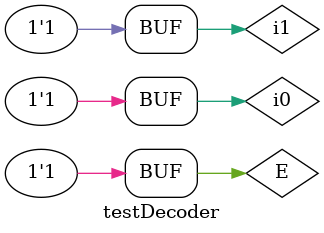
<source format=v>
module decoder2to4(E, i0, i1, y0, y1, y2, y3);
input E, i0, i1; 
output y0, y1, y2, y3; 
wire w1, w2; 
not a1(w1, i0);
not a2(w2, i1);
and a3(y0, E, w1, w2);
and a4(y1, E, w1, i1);
and a5(y2, E, i0, w2);
and a6(y3, E, i0, i1);

endmodule

module testDecoder;
reg E, i0, i1; 
wire y0, y1, y2, y3; 

decoder2to4 i(E, i0, i1, y0, y1, y2, y3);

initial
begin
    E= 1'b0; 
    i0 = 1'b0; 
    i1 = 1'b0;

    $monitor("Time = %0t E= %b , i0 = %b , i1 = %b | y0 = %b , y1 = %b , y2 = %b , y3 = %b ", $time, E, i0, i1, y0, y1, y2, y3);
       #5  E= 1'b1; i0 = 1'b0;  i1 = 1'b0;
       #5 E= 1'b1; i0 = 1'b0;  i1 = 1'b1;
       #5 E= 1'b1; i0 = 1'b1;  i1 = 1'b0;
       #5 E= 1'b1; i0 = 1'b1;  i1 = 1'b1;
end
endmodule

</source>
